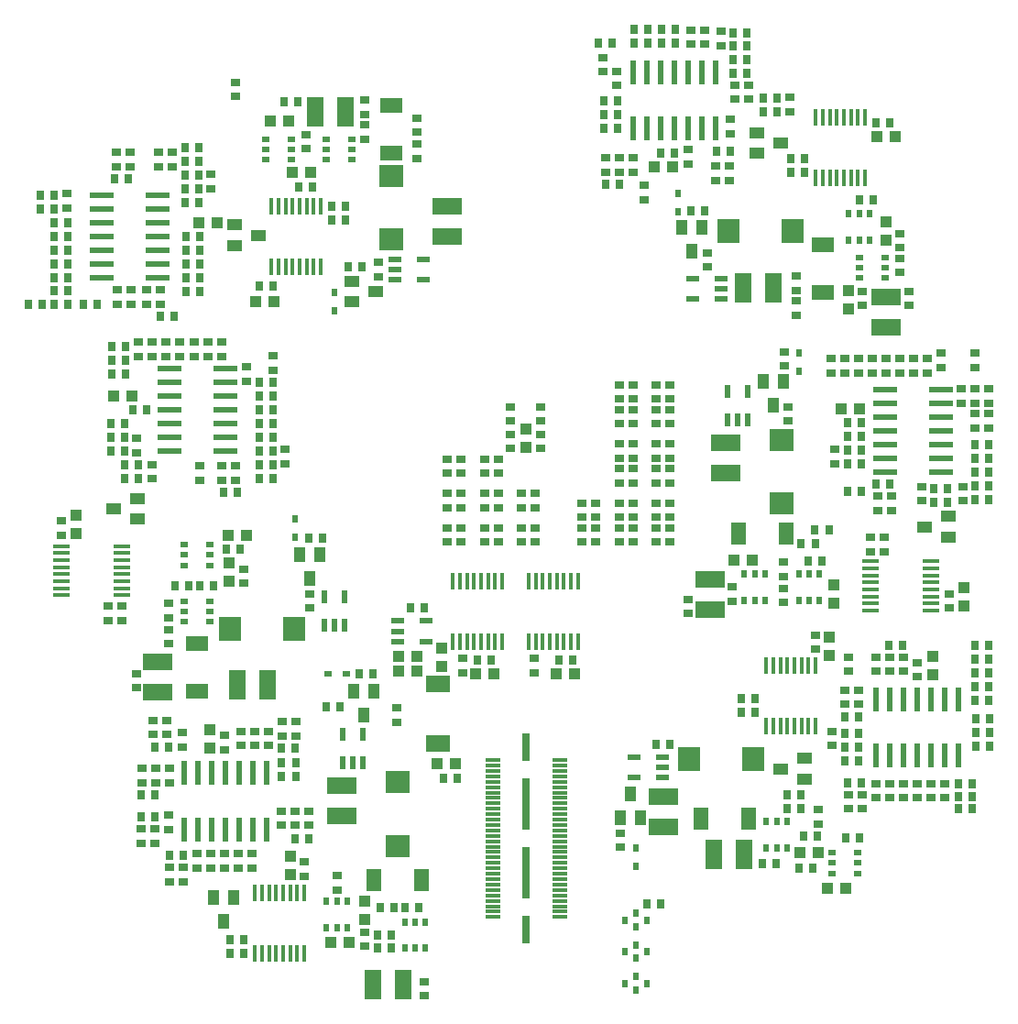
<source format=gtp>
G04 (created by PCBNEW (2013-07-07 BZR 4022)-stable) date 3/26/2016 10:09:36 AM*
%MOIN*%
G04 Gerber Fmt 3.4, Leading zero omitted, Abs format*
%FSLAX34Y34*%
G01*
G70*
G90*
G04 APERTURE LIST*
%ADD10C,0.00590551*%
%ADD11R,0.0275X0.0354*%
%ADD12R,0.0629X0.1062*%
%ADD13R,0.0866X0.0236*%
%ADD14R,0.0236X0.0866*%
%ADD15R,0.0866142X0.0590551*%
%ADD16R,0.0472X0.0216*%
%ADD17R,0.0393X0.0551*%
%ADD18R,0.0551X0.0393*%
%ADD19R,0.1062X0.0629*%
%ADD20R,0.0315X0.0217*%
%ADD21R,0.0217X0.0315*%
%ADD22R,0.0570866X0.0120079*%
%ADD23R,0.0570866X0.0119882*%
%ADD24R,0.057X0.012*%
%ADD25R,0.0252X0.185*%
%ADD26R,0.0252X0.1*%
%ADD27R,0.0137795X0.0629921*%
%ADD28R,0.0244094X0.0480315*%
%ADD29R,0.0480315X0.0244094*%
%ADD30R,0.0866142X0.0787402*%
%ADD31R,0.0787402X0.0866142*%
%ADD32R,0.0629921X0.0137795*%
%ADD33R,0.0393X0.0433*%
%ADD34R,0.0433X0.0393*%
%ADD35R,0.0354X0.0275*%
%ADD36R,0.023622X0.0314961*%
%ADD37R,0.023622X0.0255906*%
%ADD38R,0.0551181X0.0826772*%
%ADD39R,0.0826772X0.0551181*%
%ADD40R,0.0314961X0.023622*%
G04 APERTURE END LIST*
G54D10*
G54D11*
X61455Y-48850D03*
X60945Y-48850D03*
G54D12*
X48651Y-67050D03*
X47549Y-67050D03*
G54D13*
X71127Y-56300D03*
X71127Y-56800D03*
X71127Y-57300D03*
X71127Y-57800D03*
X71127Y-58300D03*
X71127Y-58800D03*
X71127Y-59300D03*
X73173Y-59300D03*
X73173Y-58800D03*
X73173Y-58300D03*
X73173Y-57800D03*
X73173Y-57300D03*
X73173Y-56800D03*
X73173Y-56300D03*
G54D14*
X48625Y-70252D03*
X48125Y-70252D03*
X47625Y-70252D03*
X47125Y-70252D03*
X46625Y-70252D03*
X46125Y-70252D03*
X45625Y-70252D03*
X45625Y-72298D03*
X46125Y-72298D03*
X46625Y-72298D03*
X47125Y-72298D03*
X47625Y-72298D03*
X48125Y-72298D03*
X48625Y-72298D03*
G54D13*
X44673Y-52250D03*
X44673Y-51750D03*
X44673Y-51250D03*
X44673Y-50750D03*
X44673Y-50250D03*
X44673Y-49750D03*
X44673Y-49250D03*
X42627Y-49250D03*
X42627Y-49750D03*
X42627Y-50250D03*
X42627Y-50750D03*
X42627Y-51250D03*
X42627Y-51750D03*
X42627Y-52250D03*
G54D14*
X61950Y-46823D03*
X62450Y-46823D03*
X62950Y-46823D03*
X63450Y-46823D03*
X63950Y-46823D03*
X64450Y-46823D03*
X64950Y-46823D03*
X64950Y-44777D03*
X64450Y-44777D03*
X63950Y-44777D03*
X63450Y-44777D03*
X62950Y-44777D03*
X62450Y-44777D03*
X61950Y-44777D03*
G54D13*
X45077Y-55550D03*
X45077Y-56050D03*
X45077Y-56550D03*
X45077Y-57050D03*
X45077Y-57550D03*
X45077Y-58050D03*
X45077Y-58550D03*
X47123Y-58550D03*
X47123Y-58050D03*
X47123Y-57550D03*
X47123Y-57050D03*
X47123Y-56550D03*
X47123Y-56050D03*
X47123Y-55550D03*
G54D14*
X73800Y-67577D03*
X73300Y-67577D03*
X72800Y-67577D03*
X72300Y-67577D03*
X71800Y-67577D03*
X71300Y-67577D03*
X70800Y-67577D03*
X70800Y-69623D03*
X71300Y-69623D03*
X71800Y-69623D03*
X72300Y-69623D03*
X72800Y-69623D03*
X73300Y-69623D03*
X73800Y-69623D03*
G54D15*
X54850Y-67017D03*
X54850Y-69182D03*
G54D16*
X53389Y-64726D03*
X53389Y-65100D03*
X53389Y-65474D03*
X54411Y-65474D03*
X54411Y-64726D03*
G54D17*
X64474Y-50417D03*
X63726Y-50417D03*
X64100Y-51283D03*
X61476Y-71883D03*
X62224Y-71883D03*
X61850Y-71017D03*
X50574Y-62317D03*
X49826Y-62317D03*
X50200Y-63183D03*
G54D18*
X51717Y-52376D03*
X51717Y-53124D03*
X52583Y-52750D03*
G54D19*
X63050Y-71099D03*
X63050Y-72201D03*
X55200Y-50751D03*
X55200Y-49649D03*
X51350Y-70699D03*
X51350Y-71801D03*
G54D12*
X65949Y-52600D03*
X67051Y-52600D03*
G54D19*
X65325Y-58249D03*
X65325Y-59351D03*
X44650Y-66199D03*
X44650Y-67301D03*
G54D12*
X53601Y-77950D03*
X52499Y-77950D03*
G54D19*
X71150Y-52949D03*
X71150Y-54051D03*
G54D12*
X50399Y-46200D03*
X51501Y-46200D03*
G54D19*
X64750Y-64301D03*
X64750Y-63199D03*
G54D12*
X66001Y-73200D03*
X64899Y-73200D03*
G54D20*
X70122Y-73900D03*
X70122Y-73526D03*
X70122Y-73152D03*
X69178Y-73152D03*
X69178Y-73526D03*
X69178Y-73900D03*
G54D21*
X51550Y-74928D03*
X51176Y-74928D03*
X50802Y-74928D03*
X50802Y-75872D03*
X51176Y-75872D03*
X51550Y-75872D03*
X70550Y-49928D03*
X70176Y-49928D03*
X69802Y-49928D03*
X69802Y-50872D03*
X70176Y-50872D03*
X70550Y-50872D03*
G54D20*
X48578Y-47200D03*
X48578Y-47574D03*
X48578Y-47948D03*
X49522Y-47948D03*
X49522Y-47574D03*
X49522Y-47200D03*
X45628Y-61950D03*
X45628Y-62324D03*
X45628Y-62698D03*
X46572Y-62698D03*
X46572Y-62324D03*
X46572Y-61950D03*
G54D21*
X68725Y-63028D03*
X68351Y-63028D03*
X67977Y-63028D03*
X67977Y-63972D03*
X68351Y-63972D03*
X68725Y-63972D03*
X54400Y-75678D03*
X54026Y-75678D03*
X53652Y-75678D03*
X53652Y-76622D03*
X54026Y-76622D03*
X54400Y-76622D03*
X66750Y-63028D03*
X66376Y-63028D03*
X66002Y-63028D03*
X66002Y-63972D03*
X66376Y-63972D03*
X66750Y-63972D03*
G54D20*
X46572Y-64750D03*
X46572Y-64376D03*
X46572Y-64002D03*
X45628Y-64002D03*
X45628Y-64376D03*
X45628Y-64750D03*
X70178Y-51500D03*
X70178Y-51874D03*
X70178Y-52248D03*
X71122Y-52248D03*
X71122Y-51874D03*
X71122Y-51500D03*
X51722Y-47950D03*
X51722Y-47576D03*
X51722Y-47202D03*
X50778Y-47202D03*
X50778Y-47576D03*
X50778Y-47950D03*
G54D21*
X67550Y-72028D03*
X67176Y-72028D03*
X66802Y-72028D03*
X66802Y-72972D03*
X67176Y-72972D03*
X67550Y-72972D03*
G54D22*
X59285Y-69783D03*
X59285Y-69980D03*
X56855Y-69783D03*
X56855Y-69980D03*
G54D23*
X59285Y-70176D03*
G54D22*
X56855Y-70176D03*
X59285Y-70373D03*
X56855Y-70373D03*
X59285Y-70570D03*
X56855Y-70570D03*
X59285Y-70767D03*
X56855Y-70767D03*
X59285Y-70964D03*
X56855Y-70964D03*
X59285Y-71161D03*
X56855Y-71161D03*
X59285Y-71357D03*
X56855Y-71357D03*
X59285Y-71554D03*
X56855Y-71554D03*
X59285Y-71751D03*
X56855Y-71751D03*
X59285Y-71948D03*
X56855Y-71948D03*
X59285Y-72145D03*
X56855Y-72145D03*
X59285Y-72342D03*
X56855Y-72342D03*
X59285Y-72539D03*
X56855Y-72539D03*
X59285Y-72735D03*
X56855Y-72735D03*
X59285Y-72932D03*
X56855Y-72932D03*
X59285Y-73129D03*
X56855Y-73129D03*
X59285Y-73326D03*
X56855Y-73326D03*
X59285Y-73523D03*
X56855Y-73523D03*
X59285Y-73720D03*
X56855Y-73720D03*
X59285Y-73917D03*
X56855Y-73917D03*
X59285Y-74113D03*
X56855Y-74113D03*
X59285Y-74310D03*
X56855Y-74310D03*
X59285Y-74507D03*
G54D24*
X56853Y-74507D03*
G54D22*
X59285Y-74704D03*
X56855Y-74704D03*
X59285Y-74901D03*
X56855Y-74901D03*
X59285Y-75098D03*
X56855Y-75098D03*
X59285Y-75294D03*
X56855Y-75294D03*
X59285Y-75491D03*
X56855Y-75491D03*
G54D25*
X58070Y-71387D03*
X58070Y-73887D03*
G54D26*
X58070Y-75962D03*
X58070Y-69312D03*
G54D27*
X59950Y-63267D03*
X59694Y-63267D03*
X59438Y-63267D03*
X59183Y-63267D03*
X58927Y-63267D03*
X58671Y-63267D03*
X58415Y-63267D03*
X58415Y-65472D03*
X58671Y-65472D03*
X58927Y-65472D03*
X59183Y-65472D03*
X59438Y-65472D03*
X59694Y-65472D03*
X59950Y-65472D03*
X58159Y-65472D03*
X58159Y-63267D03*
X57194Y-63267D03*
X56938Y-63267D03*
X56683Y-63267D03*
X56427Y-63267D03*
X56171Y-63267D03*
X55915Y-63267D03*
X55659Y-63267D03*
X55659Y-65472D03*
X55915Y-65472D03*
X56171Y-65472D03*
X56427Y-65472D03*
X56683Y-65472D03*
X56938Y-65472D03*
X57194Y-65472D03*
X55403Y-65472D03*
X55403Y-63267D03*
G54D17*
X67424Y-56017D03*
X66676Y-56017D03*
X67050Y-56883D03*
X52524Y-67267D03*
X51776Y-67267D03*
X52150Y-68133D03*
G54D28*
X50726Y-64865D03*
X51100Y-64865D03*
X51474Y-64865D03*
X51474Y-63835D03*
X50726Y-63835D03*
X51376Y-69865D03*
X51750Y-69865D03*
X52124Y-69865D03*
X52124Y-68835D03*
X51376Y-68835D03*
G54D29*
X53285Y-51576D03*
X53285Y-51950D03*
X53285Y-52324D03*
X54315Y-52324D03*
X54315Y-51576D03*
X63015Y-70424D03*
X63015Y-70050D03*
X63015Y-69676D03*
X61985Y-69676D03*
X61985Y-70424D03*
G54D28*
X65376Y-57415D03*
X65750Y-57415D03*
X66124Y-57415D03*
X66124Y-56385D03*
X65376Y-56385D03*
G54D29*
X65165Y-53024D03*
X65165Y-52650D03*
X65165Y-52276D03*
X64135Y-52276D03*
X64135Y-53024D03*
G54D30*
X53150Y-48538D03*
X53150Y-50861D03*
G54D31*
X47288Y-65000D03*
X49611Y-65000D03*
G54D30*
X67375Y-60461D03*
X67375Y-58138D03*
G54D31*
X67761Y-50550D03*
X65438Y-50550D03*
X66311Y-69750D03*
X63988Y-69750D03*
G54D30*
X53400Y-72911D03*
X53400Y-70588D03*
G54D27*
X50595Y-49647D03*
X50339Y-49647D03*
X50083Y-49647D03*
X49827Y-49647D03*
X49572Y-49647D03*
X49316Y-49647D03*
X49060Y-49647D03*
X49060Y-51852D03*
X49316Y-51852D03*
X49572Y-51852D03*
X49827Y-51852D03*
X50083Y-51852D03*
X50339Y-51852D03*
X50595Y-51852D03*
X48804Y-51852D03*
X48804Y-49647D03*
G54D32*
X43352Y-63795D03*
X43352Y-63539D03*
X43352Y-63283D03*
X43352Y-63027D03*
X43352Y-62772D03*
X43352Y-62516D03*
X43352Y-62260D03*
X41147Y-62260D03*
X41147Y-62516D03*
X41147Y-62772D03*
X41147Y-63027D03*
X41147Y-63283D03*
X41147Y-63539D03*
X41147Y-63795D03*
X41147Y-62004D03*
X43352Y-62004D03*
G54D27*
X48204Y-76802D03*
X48460Y-76802D03*
X48716Y-76802D03*
X48972Y-76802D03*
X49227Y-76802D03*
X49483Y-76802D03*
X49739Y-76802D03*
X49739Y-74597D03*
X49483Y-74597D03*
X49227Y-74597D03*
X48972Y-74597D03*
X48716Y-74597D03*
X48460Y-74597D03*
X48204Y-74597D03*
X49995Y-74597D03*
X49995Y-76802D03*
X66804Y-68552D03*
X67060Y-68552D03*
X67316Y-68552D03*
X67572Y-68552D03*
X67827Y-68552D03*
X68083Y-68552D03*
X68339Y-68552D03*
X68339Y-66347D03*
X68083Y-66347D03*
X67827Y-66347D03*
X67572Y-66347D03*
X67316Y-66347D03*
X67060Y-66347D03*
X66804Y-66347D03*
X68595Y-66347D03*
X68595Y-68552D03*
X68604Y-48602D03*
X68860Y-48602D03*
X69116Y-48602D03*
X69372Y-48602D03*
X69627Y-48602D03*
X69883Y-48602D03*
X70139Y-48602D03*
X70139Y-46397D03*
X69883Y-46397D03*
X69627Y-46397D03*
X69372Y-46397D03*
X69116Y-46397D03*
X68860Y-46397D03*
X68604Y-46397D03*
X70395Y-46397D03*
X70395Y-48602D03*
G54D32*
X70597Y-62554D03*
X70597Y-62810D03*
X70597Y-63066D03*
X70597Y-63322D03*
X70597Y-63577D03*
X70597Y-63833D03*
X70597Y-64089D03*
X72802Y-64089D03*
X72802Y-63833D03*
X72802Y-63577D03*
X72802Y-63322D03*
X72802Y-63066D03*
X72802Y-62810D03*
X72802Y-62554D03*
X72802Y-64345D03*
X70597Y-64345D03*
G54D33*
X74000Y-64184D03*
X74000Y-63516D03*
G54D34*
X48884Y-53100D03*
X48216Y-53100D03*
G54D33*
X69100Y-65984D03*
X69100Y-65316D03*
G54D34*
X70816Y-47100D03*
X71484Y-47100D03*
G54D33*
X41700Y-61534D03*
X41700Y-60866D03*
X49500Y-73934D03*
X49500Y-73266D03*
G54D34*
X47250Y-62616D03*
X47250Y-63284D03*
X52200Y-74916D03*
X52200Y-75584D03*
X58070Y-58404D03*
X58070Y-57736D03*
X69800Y-53384D03*
X69800Y-52716D03*
G54D33*
X68684Y-73150D03*
X68016Y-73150D03*
X65616Y-62500D03*
X66284Y-62500D03*
X49566Y-48400D03*
X50234Y-48400D03*
G54D35*
X64050Y-43245D03*
X64050Y-43755D03*
X69150Y-55705D03*
X69150Y-55195D03*
G54D11*
X48855Y-57550D03*
X48345Y-57550D03*
X74930Y-68275D03*
X74420Y-68275D03*
X39945Y-53200D03*
X40455Y-53200D03*
X42995Y-55250D03*
X43505Y-55250D03*
X46205Y-52250D03*
X45695Y-52250D03*
G54D35*
X71300Y-71155D03*
X71300Y-70645D03*
G54D11*
X74905Y-58300D03*
X74395Y-58300D03*
X60895Y-46300D03*
X61405Y-46300D03*
X74905Y-59800D03*
X74395Y-59800D03*
G54D35*
X72450Y-60355D03*
X72450Y-59845D03*
G54D11*
X73405Y-59900D03*
X72895Y-59900D03*
X71305Y-59750D03*
X70795Y-59750D03*
X69745Y-59000D03*
X70255Y-59000D03*
X44045Y-71050D03*
X44555Y-71050D03*
X45055Y-69300D03*
X44545Y-69300D03*
G54D35*
X45100Y-74205D03*
X45100Y-73695D03*
G54D11*
X45605Y-73250D03*
X45095Y-73250D03*
G54D35*
X44550Y-72805D03*
X44550Y-72295D03*
G54D11*
X69645Y-69300D03*
X70155Y-69300D03*
X69745Y-70600D03*
X70255Y-70600D03*
G54D35*
X44450Y-59045D03*
X44450Y-59555D03*
X47000Y-59605D03*
X47000Y-59095D03*
X47500Y-59605D03*
X47500Y-59095D03*
G54D11*
X48855Y-58550D03*
X48345Y-58550D03*
X46155Y-48500D03*
X45645Y-48500D03*
G54D35*
X45200Y-48205D03*
X45200Y-47695D03*
X43900Y-58605D03*
X43900Y-58095D03*
G54D11*
X43605Y-48650D03*
X43095Y-48650D03*
X40395Y-49750D03*
X40905Y-49750D03*
G54D35*
X71300Y-66045D03*
X71300Y-66555D03*
X70150Y-67755D03*
X70150Y-67245D03*
X70300Y-71555D03*
X70300Y-71045D03*
X43150Y-47695D03*
X43150Y-48205D03*
X47100Y-69405D03*
X47100Y-68895D03*
X58600Y-57945D03*
X58600Y-58455D03*
G54D11*
X59245Y-66150D03*
X59755Y-66150D03*
G54D35*
X62800Y-61855D03*
X62800Y-61345D03*
X58350Y-66095D03*
X58350Y-66605D03*
X65450Y-48705D03*
X65450Y-48195D03*
G54D11*
X63455Y-47700D03*
X62945Y-47700D03*
G54D35*
X69650Y-67755D03*
X69650Y-67245D03*
G54D11*
X56295Y-66150D03*
X56805Y-66150D03*
G54D35*
X44500Y-68345D03*
X44500Y-68855D03*
X73450Y-64255D03*
X73450Y-63745D03*
X70600Y-62205D03*
X70600Y-61695D03*
X66150Y-45755D03*
X66150Y-45245D03*
G54D11*
X67205Y-45700D03*
X66695Y-45700D03*
X68205Y-48400D03*
X67695Y-48400D03*
X70795Y-46600D03*
X71305Y-46600D03*
X54355Y-64250D03*
X53845Y-64250D03*
X44255Y-57050D03*
X43745Y-57050D03*
G54D35*
X50000Y-74005D03*
X50000Y-73495D03*
G54D11*
X47805Y-76800D03*
X47295Y-76800D03*
X46155Y-47500D03*
X45645Y-47500D03*
G54D35*
X68600Y-65755D03*
X68600Y-65245D03*
X65150Y-43295D03*
X65150Y-43805D03*
G54D11*
X50995Y-49650D03*
X51505Y-49650D03*
X48855Y-52550D03*
X48345Y-52550D03*
X43445Y-59550D03*
X43955Y-59550D03*
X66405Y-68050D03*
X65895Y-68050D03*
X65595Y-44800D03*
X66105Y-44800D03*
G54D35*
X70850Y-60705D03*
X70850Y-60195D03*
G54D11*
X70255Y-57500D03*
X69745Y-57500D03*
G54D35*
X72300Y-66755D03*
X72300Y-66245D03*
G54D11*
X64995Y-47650D03*
X65505Y-47650D03*
G54D35*
X43350Y-64195D03*
X43350Y-64705D03*
X41150Y-61605D03*
X41150Y-61095D03*
G54D11*
X45695Y-50750D03*
X46205Y-50750D03*
G54D35*
X48200Y-68745D03*
X48200Y-69255D03*
X46600Y-73705D03*
X46600Y-73195D03*
G54D11*
X66105Y-43800D03*
X65595Y-43800D03*
G54D35*
X69300Y-58495D03*
X69300Y-59005D03*
G54D11*
X70155Y-69800D03*
X69645Y-69800D03*
X72895Y-60400D03*
X73405Y-60400D03*
X74395Y-60300D03*
X74905Y-60300D03*
G54D35*
X69800Y-71045D03*
X69800Y-71555D03*
X73950Y-60355D03*
X73950Y-59845D03*
X61950Y-56145D03*
X61950Y-56655D03*
X61450Y-58295D03*
X61450Y-58805D03*
X61950Y-58295D03*
X61950Y-58805D03*
X61450Y-60445D03*
X61450Y-60955D03*
X61950Y-60445D03*
X61950Y-60955D03*
X62800Y-56145D03*
X62800Y-56655D03*
X63300Y-56145D03*
X63300Y-56655D03*
X62800Y-58295D03*
X62800Y-58805D03*
X63300Y-58295D03*
X63300Y-58805D03*
X62800Y-60445D03*
X62800Y-60955D03*
X63300Y-60445D03*
X63300Y-60955D03*
X46100Y-73705D03*
X46100Y-73195D03*
X45550Y-68795D03*
X45550Y-69305D03*
X61450Y-56145D03*
X61450Y-56655D03*
G54D11*
X74905Y-58800D03*
X74395Y-58800D03*
G54D35*
X44100Y-70095D03*
X44100Y-70605D03*
G54D11*
X74395Y-59300D03*
X74905Y-59300D03*
X44045Y-71850D03*
X44555Y-71850D03*
G54D35*
X44050Y-72295D03*
X44050Y-72805D03*
X45600Y-73695D03*
X45600Y-74205D03*
X45050Y-71795D03*
X45050Y-72305D03*
X64650Y-51855D03*
X64650Y-51345D03*
G54D11*
X50145Y-61700D03*
X50655Y-61700D03*
G54D35*
X50200Y-64255D03*
X50200Y-63745D03*
G54D11*
X52105Y-51850D03*
X51595Y-51850D03*
G54D35*
X52700Y-51695D03*
X52700Y-52205D03*
G54D11*
X64045Y-49800D03*
X64555Y-49800D03*
X63305Y-69200D03*
X62795Y-69200D03*
G54D35*
X67450Y-54945D03*
X67450Y-55455D03*
X67600Y-57455D03*
X67600Y-56945D03*
G54D11*
X51995Y-66650D03*
X52505Y-66650D03*
X50795Y-67850D03*
X51305Y-67850D03*
G54D35*
X61500Y-72955D03*
X61500Y-72445D03*
G54D11*
X47655Y-62100D03*
X47145Y-62100D03*
G54D35*
X51200Y-73995D03*
X51200Y-74505D03*
G54D11*
X42945Y-58550D03*
X43455Y-58550D03*
G54D35*
X64550Y-43245D03*
X64550Y-43755D03*
X42850Y-64195D03*
X42850Y-64705D03*
X47700Y-68745D03*
X47700Y-69255D03*
X49200Y-68395D03*
X49200Y-68905D03*
G54D11*
X49170Y-69875D03*
X49680Y-69875D03*
X49170Y-70375D03*
X49680Y-70375D03*
G54D35*
X49700Y-68905D03*
X49700Y-68395D03*
X57500Y-57945D03*
X57500Y-58455D03*
X58600Y-57455D03*
X58600Y-56945D03*
X57500Y-57455D03*
X57500Y-56945D03*
X48700Y-69255D03*
X48700Y-68745D03*
G54D11*
X42995Y-54750D03*
X43505Y-54750D03*
X69645Y-68800D03*
X70155Y-68800D03*
X47555Y-60050D03*
X47045Y-60050D03*
X50995Y-50150D03*
X51505Y-50150D03*
X48345Y-59550D03*
X48855Y-59550D03*
X48855Y-59050D03*
X48345Y-59050D03*
G54D35*
X46200Y-59605D03*
X46200Y-59095D03*
G54D11*
X42945Y-58050D03*
X43455Y-58050D03*
X43955Y-59050D03*
X43445Y-59050D03*
G54D35*
X43950Y-54595D03*
X43950Y-55105D03*
X46500Y-54595D03*
X46500Y-55105D03*
G54D11*
X48855Y-57050D03*
X48345Y-57050D03*
G54D35*
X47900Y-56005D03*
X47900Y-55495D03*
G54D11*
X48345Y-56050D03*
X48855Y-56050D03*
X43505Y-55750D03*
X42995Y-55750D03*
G54D35*
X46000Y-55105D03*
X46000Y-54595D03*
X44950Y-55105D03*
X44950Y-54595D03*
X60950Y-47895D03*
X60950Y-48405D03*
X61450Y-47895D03*
X61450Y-48405D03*
X61950Y-48405D03*
X61950Y-47895D03*
G54D11*
X60895Y-45800D03*
X61405Y-45800D03*
X70705Y-49400D03*
X70195Y-49400D03*
G54D35*
X50150Y-72155D03*
X50150Y-71645D03*
X45000Y-68855D03*
X45000Y-68345D03*
X44600Y-70095D03*
X44600Y-70605D03*
X45100Y-70605D03*
X45100Y-70095D03*
X67650Y-46205D03*
X67650Y-45695D03*
X65650Y-45245D03*
X65650Y-45755D03*
G54D11*
X65595Y-44300D03*
X66105Y-44300D03*
X68205Y-47900D03*
X67695Y-47900D03*
X66105Y-43350D03*
X65595Y-43350D03*
G54D35*
X60600Y-60445D03*
X60600Y-60955D03*
X60100Y-60445D03*
X60100Y-60955D03*
G54D11*
X69745Y-60000D03*
X70255Y-60000D03*
G54D35*
X61950Y-59195D03*
X61950Y-59705D03*
X60600Y-61345D03*
X60600Y-61855D03*
X61950Y-57045D03*
X61950Y-57555D03*
X61950Y-61345D03*
X61950Y-61855D03*
X63300Y-57045D03*
X63300Y-57555D03*
X63300Y-59195D03*
X63300Y-59705D03*
X63300Y-61345D03*
X63300Y-61855D03*
X48100Y-73195D03*
X48100Y-73705D03*
X65500Y-47005D03*
X65500Y-46495D03*
G54D11*
X61405Y-46800D03*
X60895Y-46800D03*
X67205Y-46200D03*
X66695Y-46200D03*
G54D35*
X64950Y-48195D03*
X64950Y-48705D03*
X49150Y-71645D03*
X49150Y-72155D03*
X47100Y-73705D03*
X47100Y-73195D03*
G54D11*
X61995Y-43700D03*
X62505Y-43700D03*
X61995Y-43200D03*
X62505Y-43200D03*
G54D35*
X61350Y-45255D03*
X61350Y-44745D03*
G54D11*
X62995Y-43200D03*
X63505Y-43200D03*
G54D35*
X63950Y-47595D03*
X63950Y-48105D03*
G54D11*
X73795Y-70650D03*
X74305Y-70650D03*
G54D35*
X72300Y-70645D03*
X72300Y-71155D03*
G54D11*
X74420Y-69275D03*
X74930Y-69275D03*
X74905Y-65600D03*
X74395Y-65600D03*
X74395Y-66100D03*
X74905Y-66100D03*
X74395Y-67100D03*
X74905Y-67100D03*
X74905Y-67600D03*
X74395Y-67600D03*
X74930Y-68775D03*
X74420Y-68775D03*
G54D35*
X74900Y-57195D03*
X74900Y-57705D03*
X73900Y-56805D03*
X73900Y-56295D03*
G54D11*
X43455Y-57550D03*
X42945Y-57550D03*
G54D35*
X74400Y-56295D03*
X74400Y-56805D03*
X71350Y-60195D03*
X71350Y-60705D03*
G54D11*
X69745Y-58500D03*
X70255Y-58500D03*
X40905Y-49250D03*
X40395Y-49250D03*
G54D35*
X46600Y-49005D03*
X46600Y-48495D03*
G54D11*
X70205Y-72600D03*
X69695Y-72600D03*
X68830Y-62550D03*
X68320Y-62550D03*
G54D35*
X72650Y-55195D03*
X72650Y-55705D03*
X72150Y-55195D03*
X72150Y-55705D03*
X71150Y-55705D03*
X71150Y-55195D03*
X70650Y-55705D03*
X70650Y-55195D03*
X41350Y-49195D03*
X41350Y-49705D03*
X70150Y-55195D03*
X70150Y-55705D03*
X69650Y-55195D03*
X69650Y-55705D03*
X72800Y-71155D03*
X72800Y-70645D03*
X71100Y-62205D03*
X71100Y-61695D03*
X43650Y-48205D03*
X43650Y-47695D03*
G54D11*
X41405Y-50250D03*
X40895Y-50250D03*
X41405Y-53200D03*
X40895Y-53200D03*
G54D35*
X70800Y-66555D03*
X70800Y-66045D03*
X71800Y-66045D03*
X71800Y-66555D03*
G54D11*
X70155Y-68200D03*
X69645Y-68200D03*
G54D35*
X73300Y-71155D03*
X73300Y-70645D03*
X43200Y-53205D03*
X43200Y-52695D03*
G54D11*
X40895Y-51750D03*
X41405Y-51750D03*
X40895Y-52250D03*
X41405Y-52250D03*
X41405Y-50750D03*
X40895Y-50750D03*
G54D35*
X74900Y-56295D03*
X74900Y-56805D03*
G54D11*
X45695Y-51250D03*
X46205Y-51250D03*
G54D35*
X43700Y-53205D03*
X43700Y-52695D03*
X44750Y-52695D03*
X44750Y-53205D03*
G54D11*
X45645Y-48000D03*
X46155Y-48000D03*
X46205Y-52750D03*
X45695Y-52750D03*
X46205Y-51750D03*
X45695Y-51750D03*
G54D35*
X50050Y-47045D03*
X50050Y-47555D03*
X70800Y-71155D03*
X70800Y-70645D03*
G54D11*
X71755Y-65600D03*
X71245Y-65600D03*
X47805Y-76300D03*
X47295Y-76300D03*
G54D35*
X49300Y-59005D03*
X49300Y-58495D03*
X69200Y-68745D03*
X69200Y-69255D03*
X44250Y-52695D03*
X44250Y-53205D03*
G54D11*
X66405Y-67550D03*
X65895Y-67550D03*
X70255Y-58000D03*
X69745Y-58000D03*
G54D35*
X69800Y-66045D03*
X69800Y-66555D03*
X44700Y-47695D03*
X44700Y-48205D03*
G54D11*
X48855Y-58050D03*
X48345Y-58050D03*
X45645Y-49500D03*
X46155Y-49500D03*
X46155Y-49000D03*
X45645Y-49000D03*
X63505Y-43700D03*
X62995Y-43700D03*
X48855Y-56550D03*
X48345Y-56550D03*
X40895Y-51250D03*
X41405Y-51250D03*
G54D35*
X71800Y-71155D03*
X71800Y-70645D03*
X47600Y-73705D03*
X47600Y-73195D03*
X74400Y-57705D03*
X74400Y-57195D03*
X45450Y-55105D03*
X45450Y-54595D03*
G54D33*
X53416Y-66550D03*
X54084Y-66550D03*
X53416Y-66000D03*
X54084Y-66000D03*
G54D35*
X58400Y-61345D03*
X58400Y-61855D03*
X55700Y-58845D03*
X55700Y-59355D03*
X58400Y-60095D03*
X58400Y-60605D03*
X55700Y-60095D03*
X55700Y-60605D03*
X57050Y-61345D03*
X57050Y-61855D03*
X55700Y-61345D03*
X55700Y-61855D03*
X57050Y-60095D03*
X57050Y-60605D03*
X57050Y-58845D03*
X57050Y-59355D03*
G54D33*
X71150Y-50884D03*
X71150Y-50216D03*
X69250Y-64084D03*
X69250Y-63416D03*
G54D34*
X54816Y-69900D03*
X55484Y-69900D03*
G54D33*
X55000Y-66384D03*
X55000Y-65716D03*
G54D34*
X51634Y-76400D03*
X50966Y-76400D03*
X69016Y-74450D03*
X69684Y-74450D03*
X49434Y-46550D03*
X48766Y-46550D03*
X47216Y-61600D03*
X47884Y-61600D03*
G54D35*
X56550Y-59355D03*
X56550Y-58845D03*
X55200Y-61855D03*
X55200Y-61345D03*
X56550Y-60605D03*
X56550Y-60095D03*
X55200Y-60605D03*
X55200Y-60095D03*
X56550Y-61855D03*
X56550Y-61345D03*
X55200Y-59355D03*
X55200Y-58845D03*
X57900Y-60605D03*
X57900Y-60095D03*
X55750Y-66095D03*
X55750Y-66605D03*
X57900Y-61855D03*
X57900Y-61345D03*
X60100Y-61855D03*
X60100Y-61345D03*
X61450Y-57555D03*
X61450Y-57045D03*
X61450Y-59705D03*
X61450Y-59195D03*
X61450Y-61855D03*
X61450Y-61345D03*
X62800Y-57555D03*
X62800Y-57045D03*
X62800Y-59705D03*
X62800Y-59195D03*
X53350Y-67895D03*
X53350Y-68405D03*
G54D11*
X53155Y-76600D03*
X52645Y-76600D03*
X49795Y-48950D03*
X50305Y-48950D03*
X68505Y-73700D03*
X67995Y-73700D03*
G54D35*
X45050Y-64605D03*
X45050Y-64095D03*
G54D11*
X45295Y-63450D03*
X45805Y-63450D03*
G54D35*
X68700Y-71595D03*
X68700Y-72105D03*
G54D11*
X68055Y-71050D03*
X67545Y-71050D03*
G54D35*
X47800Y-62845D03*
X47800Y-63355D03*
X54100Y-46955D03*
X54100Y-46445D03*
X52200Y-76555D03*
X52200Y-76045D03*
G54D11*
X53255Y-75150D03*
X52745Y-75150D03*
G54D35*
X52200Y-45795D03*
X52200Y-46305D03*
X65550Y-64005D03*
X65550Y-63495D03*
X67425Y-64055D03*
X67425Y-63545D03*
X67900Y-53095D03*
X67900Y-53605D03*
X71650Y-50645D03*
X71650Y-51155D03*
G54D11*
X68570Y-61400D03*
X69080Y-61400D03*
G54D35*
X70300Y-53255D03*
X70300Y-52745D03*
G54D33*
X72850Y-66684D03*
X72850Y-66016D03*
G54D34*
X46166Y-50250D03*
X46834Y-50250D03*
X70184Y-57000D03*
X69516Y-57000D03*
G54D33*
X46550Y-69334D03*
X46550Y-68666D03*
G54D34*
X43734Y-56550D03*
X43066Y-56550D03*
X63384Y-48200D03*
X62716Y-48200D03*
G54D11*
X52645Y-76150D03*
X53155Y-76150D03*
G54D35*
X72000Y-52745D03*
X72000Y-53255D03*
G54D11*
X68070Y-61900D03*
X68580Y-61900D03*
G54D35*
X71650Y-51545D03*
X71650Y-52055D03*
X67900Y-52195D03*
X67900Y-52705D03*
X67425Y-63105D03*
X67425Y-62595D03*
X63950Y-64455D03*
X63950Y-63945D03*
G54D11*
X55045Y-70450D03*
X55555Y-70450D03*
X54155Y-75150D03*
X53645Y-75150D03*
X62955Y-75000D03*
X62445Y-75000D03*
G54D35*
X52200Y-46695D03*
X52200Y-47205D03*
X54350Y-77845D03*
X54350Y-78355D03*
X47500Y-45655D03*
X47500Y-45145D03*
G54D11*
X67545Y-71550D03*
X68055Y-71550D03*
G54D35*
X43900Y-66645D03*
X43900Y-67155D03*
G54D11*
X46195Y-63450D03*
X46705Y-63450D03*
X68655Y-72550D03*
X68145Y-72550D03*
X66645Y-73550D03*
X67155Y-73550D03*
G54D35*
X45050Y-65555D03*
X45050Y-65045D03*
X54100Y-47905D03*
X54100Y-47395D03*
G54D11*
X49755Y-45850D03*
X49245Y-45850D03*
G54D36*
X61656Y-77900D03*
X62443Y-77900D03*
G54D37*
X62050Y-77653D03*
X62050Y-78146D03*
G54D36*
X61656Y-76750D03*
X62443Y-76750D03*
G54D37*
X62050Y-76503D03*
X62050Y-76996D03*
G54D36*
X61656Y-75600D03*
X62443Y-75600D03*
G54D37*
X62050Y-75353D03*
X62050Y-75846D03*
G54D34*
X59166Y-66650D03*
X59834Y-66650D03*
X56216Y-66650D03*
X56884Y-66650D03*
G54D11*
X60695Y-43700D03*
X61205Y-43700D03*
G54D35*
X47000Y-55105D03*
X47000Y-54595D03*
G54D11*
X41945Y-53200D03*
X42455Y-53200D03*
X74305Y-71550D03*
X73795Y-71550D03*
X49645Y-72650D03*
X50155Y-72650D03*
G54D35*
X74400Y-54995D03*
X74400Y-55505D03*
X60850Y-44245D03*
X60850Y-44755D03*
X62350Y-48895D03*
X62350Y-49405D03*
X48850Y-55095D03*
X48850Y-55605D03*
X44450Y-55105D03*
X44450Y-54595D03*
G54D11*
X41405Y-52700D03*
X40895Y-52700D03*
X45255Y-53650D03*
X44745Y-53650D03*
X74305Y-71100D03*
X73795Y-71100D03*
X74395Y-66600D03*
X74905Y-66600D03*
G54D35*
X49650Y-72155D03*
X49650Y-71645D03*
G54D11*
X49145Y-69350D03*
X49655Y-69350D03*
G54D35*
X73150Y-55505D03*
X73150Y-54995D03*
X71650Y-55705D03*
X71650Y-55195D03*
G54D18*
X66467Y-46976D03*
X66467Y-47724D03*
X67333Y-47350D03*
X43933Y-61024D03*
X43933Y-60276D03*
X43067Y-60650D03*
X47467Y-50326D03*
X47467Y-51074D03*
X48333Y-50700D03*
X68183Y-70474D03*
X68183Y-69726D03*
X67317Y-70100D03*
G54D17*
X47424Y-74767D03*
X46676Y-74767D03*
X47050Y-75633D03*
G54D18*
X73433Y-61674D03*
X73433Y-60926D03*
X72567Y-61300D03*
G54D38*
X67516Y-61550D03*
X65783Y-61550D03*
G54D39*
X68850Y-51033D03*
X68850Y-52766D03*
X46100Y-65533D03*
X46100Y-67266D03*
G54D38*
X54266Y-74150D03*
X52533Y-74150D03*
G54D39*
X53150Y-47716D03*
X53150Y-45983D03*
G54D38*
X66166Y-71900D03*
X64433Y-71900D03*
G54D36*
X51100Y-53434D03*
X51100Y-52765D03*
G54D40*
X50865Y-66650D03*
X51534Y-66650D03*
G54D36*
X63600Y-49165D03*
X63600Y-49834D03*
X49650Y-61015D03*
X49650Y-61684D03*
X62050Y-73634D03*
X62050Y-72965D03*
X68000Y-55634D03*
X68000Y-54965D03*
M02*

</source>
